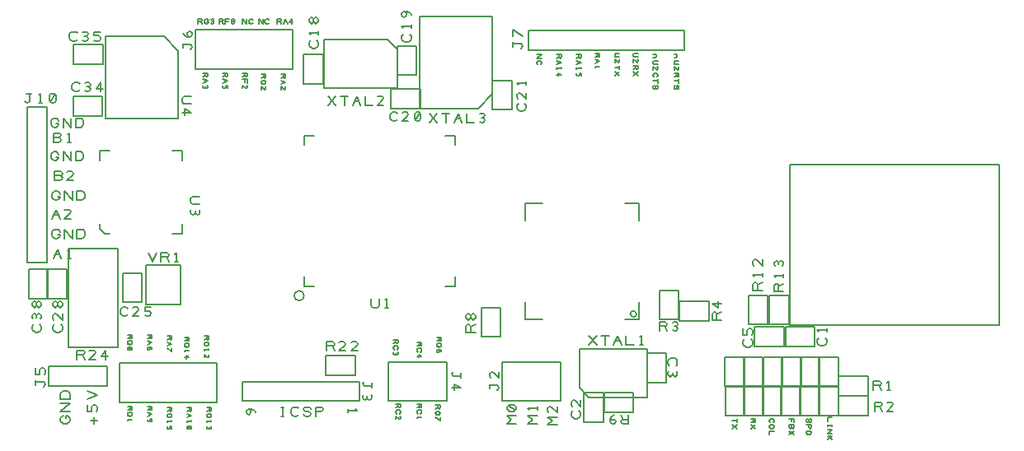
<source format=gto>
%FSLAX23Y23*%
%MOIN*%
G04 EasyPC Gerber Version 16.0.6 Build 3249 *
%ADD10C,0.00500*%
X0Y0D02*
D02*
D10*
X106Y1841D02*
X109Y1838D01*
X115Y1835*
X122Y1838*
X125Y1841*
Y1872*
X131*
X125D02*
X112D01*
X162Y1835D02*
X175D01*
X169D02*
Y1872D01*
X162Y1866*
X209Y1838D02*
X215Y1835D01*
X222*
X228Y1838*
X231Y1844*
Y1863*
X228Y1869*
X222Y1872*
X215*
X209Y1869*
X206Y1863*
Y1844*
X209Y1838*
X228Y1869*
X121Y1041D02*
X199D01*
Y1159*
X121*
Y1041*
X165Y937D02*
X169Y934D01*
X172Y927*
Y918*
X169Y912*
X165Y909*
X159Y905*
X147*
X140Y909*
X137Y912*
X134Y918*
Y927*
X137Y934*
X140Y937*
X169Y959D02*
X172Y965D01*
Y971*
X169Y977*
X162Y980*
X156Y977*
X153Y971*
Y965*
Y971D02*
X150Y977D01*
X144Y980*
X137Y977*
X134Y971*
Y965*
X137Y959*
X153Y1015D02*
Y1021D01*
X150Y1027*
X144Y1030*
X137Y1027*
X134Y1021*
Y1015*
X137Y1009*
X144Y1005*
X150Y1009*
X153Y1015*
X156Y1009*
X162Y1005*
X169Y1009*
X172Y1015*
Y1021*
X169Y1027*
X162Y1030*
X156Y1027*
X153Y1021*
X194Y1186D02*
Y1816D01*
X115*
Y1186*
X194*
X196Y1041D02*
X274D01*
Y1159*
X196*
Y1041*
X180Y685D02*
X184Y689D01*
X187Y695*
X184Y701*
X180Y704*
X149*
Y710*
Y704D02*
Y692D01*
X184Y735D02*
X187Y742D01*
Y751*
X184Y757*
X177Y760*
X174*
X168Y757*
X165Y751*
Y735*
X149*
Y760*
X202Y687D02*
X438D01*
Y766*
X202*
Y687*
X233Y1615D02*
X242D01*
Y1612*
X239Y1606*
X236Y1603*
X230Y1600*
X224*
X217Y1603*
X214Y1606*
X211Y1612*
Y1625*
X214Y1631*
X217Y1634*
X224Y1637*
X230*
X236Y1634*
X239Y1631*
X242Y1625*
X261Y1600D02*
Y1637D01*
X292Y1600*
Y1637*
X311Y1600D02*
Y1637D01*
X330*
X336Y1634*
X339Y1631*
X342Y1625*
Y1612*
X339Y1606*
X336Y1603*
X330Y1600*
X311*
X233Y1750D02*
X242D01*
Y1747*
X239Y1741*
X236Y1738*
X230Y1735*
X224*
X217Y1738*
X214Y1741*
X211Y1747*
Y1760*
X214Y1766*
X217Y1769*
X224Y1772*
X230*
X236Y1769*
X239Y1766*
X242Y1760*
X261Y1735D02*
Y1772D01*
X292Y1735*
Y1772*
X311Y1735D02*
Y1772D01*
X330*
X336Y1769*
X339Y1766*
X342Y1760*
Y1747*
X339Y1741*
X336Y1738*
X330Y1735*
X311*
X238Y1300D02*
X247D01*
Y1297*
X244Y1291*
X241Y1288*
X235Y1285*
X229*
X222Y1288*
X219Y1291*
X216Y1297*
Y1310*
X219Y1316*
X222Y1319*
X229Y1322*
X235*
X241Y1319*
X244Y1316*
X247Y1310*
X266Y1285D02*
Y1322D01*
X297Y1285*
Y1322*
X316Y1285D02*
Y1322D01*
X335*
X341Y1319*
X344Y1316*
X347Y1310*
Y1297*
X344Y1291*
X341Y1288*
X335Y1285*
X316*
X216Y1365D02*
X232Y1402D01*
X247Y1365*
X222Y1380D02*
X241D01*
X291Y1365D02*
X266D01*
X288Y1387*
X291Y1393*
X288Y1399*
X282Y1402*
X272*
X266Y1399*
X238Y1455D02*
X247D01*
Y1452*
X244Y1446*
X241Y1443*
X235Y1440*
X229*
X222Y1443*
X219Y1446*
X216Y1452*
Y1465*
X219Y1471*
X222Y1474*
X229Y1477*
X235*
X241Y1474*
X244Y1471*
X247Y1465*
X266Y1440D02*
Y1477D01*
X297Y1440*
Y1477*
X316Y1440D02*
Y1477D01*
X335*
X341Y1474*
X344Y1471*
X347Y1465*
Y1452*
X344Y1446*
X341Y1443*
X335Y1440*
X316*
X221Y1205D02*
X237Y1242D01*
X252Y1205*
X227Y1220D02*
X246D01*
X277Y1205D02*
X290D01*
X284D02*
Y1242D01*
X277Y1236*
X243Y1694D02*
X249Y1690D01*
X252Y1684*
X249Y1678*
X243Y1675*
X221*
Y1712*
X243*
X249Y1709*
X252Y1703*
X249Y1697*
X243Y1694*
X221*
X277Y1675D02*
X290D01*
X284D02*
Y1712D01*
X277Y1706*
X248Y1539D02*
X254Y1535D01*
X257Y1529*
X254Y1523*
X248Y1520*
X226*
Y1557*
X248*
X254Y1554*
X257Y1548*
X254Y1542*
X248Y1539*
X226*
X301Y1520D02*
X276D01*
X298Y1542*
X301Y1548*
X298Y1554*
X292Y1557*
X282*
X276Y1554*
X250Y937D02*
X254Y934D01*
X257Y927*
Y918*
X254Y912*
X250Y909*
X244Y905*
X232*
X225Y909*
X222Y912*
X219Y918*
Y927*
X222Y934*
X225Y937*
X257Y980D02*
Y955D01*
X235Y977*
X229Y980*
X222Y977*
X219Y971*
Y962*
X222Y955*
X238Y1015D02*
Y1021D01*
X235Y1027*
X229Y1030*
X222Y1027*
X219Y1021*
Y1015*
X222Y1009*
X229Y1005*
X235Y1009*
X238Y1015*
X241Y1009*
X247Y1005*
X254Y1009*
X257Y1015*
Y1021*
X254Y1027*
X247Y1030*
X241Y1027*
X238Y1021*
X281Y1245D02*
Y845D01*
X481*
Y1245*
X281*
X317Y2091D02*
X314Y2088D01*
X308Y2085*
X299*
X292Y2088*
X289Y2091*
X286Y2097*
Y2110*
X289Y2116*
X292Y2119*
X299Y2122*
X308*
X314Y2119*
X317Y2116*
X339Y2088D02*
X345Y2085D01*
X352*
X358Y2088*
X361Y2094*
X358Y2100*
X352Y2104*
X345*
X352D02*
X358Y2107D01*
X361Y2113*
X358Y2119*
X352Y2122*
X345*
X339Y2119*
X386Y2088D02*
X392Y2085D01*
X402*
X408Y2088*
X411Y2094*
Y2097*
X408Y2104*
X402Y2107*
X386*
Y2122*
X411*
X271Y557D02*
Y567D01*
X274*
X280Y564*
X284Y560*
X287Y554*
Y548*
X284Y542*
X280Y539*
X274Y535*
X262*
X255Y539*
X252Y542*
X249Y548*
Y554*
X252Y560*
X255Y564*
X262Y567*
X287Y585D02*
X249D01*
X287Y617*
X249*
X287Y635D02*
X249D01*
Y654*
X252Y660*
X255Y664*
X262Y667*
X274*
X280Y664*
X284Y660*
X287Y654*
Y635*
X327Y1886D02*
X324Y1883D01*
X318Y1880*
X309*
X302Y1883*
X299Y1886*
X296Y1892*
Y1905*
X299Y1911*
X302Y1914*
X309Y1917*
X318*
X324Y1914*
X327Y1911*
X349Y1883D02*
X355Y1880D01*
X362*
X368Y1883*
X371Y1889*
X368Y1895*
X362Y1899*
X355*
X362D02*
X368Y1902D01*
X371Y1908*
X368Y1914*
X362Y1917*
X355*
X349Y1914*
X412Y1880D02*
Y1917D01*
X396Y1892*
X421*
X301Y1861D02*
Y1782D01*
X419*
Y1861*
X301*
X316Y795D02*
Y832D01*
X338*
X344Y829*
X347Y823*
X344Y817*
X338Y814*
X316*
X338D02*
X347Y795D01*
X391D02*
X366D01*
X388Y817*
X391Y823*
X388Y829*
X382Y832*
X372*
X366Y829*
X432Y795D02*
Y832D01*
X416Y807*
X441*
X384Y535D02*
Y560D01*
X397Y548D02*
X372D01*
X394Y585D02*
X397Y592D01*
Y601*
X394Y607*
X387Y610*
X384*
X378Y607*
X375Y601*
Y585*
X359*
Y610*
Y635D02*
X397Y651D01*
X359Y667*
X421Y1990D02*
Y2069D01*
X303*
Y1990*
X421*
X431Y2104D02*
Y1769D01*
X726*
Y2045*
X667Y2104*
X431*
X447Y1305D02*
X427D01*
X408Y1325*
Y1344*
X447Y1640D02*
X408D01*
Y1600*
X489Y622D02*
X883D01*
Y780*
X489*
Y622*
X522Y976D02*
X519Y973D01*
X513Y970*
X504*
X497Y973*
X494Y976*
X491Y982*
Y995*
X494Y1001*
X497Y1004*
X504Y1007*
X513*
X519Y1004*
X522Y1001*
X566Y970D02*
X541D01*
X563Y992*
X566Y998*
X563Y1004*
X557Y1007*
X547*
X541Y1004*
X591Y973D02*
X597Y970D01*
X607*
X613Y973*
X616Y979*
Y982*
X613Y989*
X607Y992*
X591*
Y1007*
X616*
X501Y1026D02*
X579D01*
Y1144*
X501*
Y1026*
X521Y605D02*
X539D01*
Y594*
X538Y591*
X535Y590*
X532Y591*
X530Y594*
Y605*
Y594D02*
X521Y590D01*
X529Y569D02*
Y565D01*
X527*
X524Y566*
X522Y568*
X521Y571*
Y574*
X522Y577*
X524Y579*
X527Y580*
X533*
X536Y579*
X538Y577*
X539Y574*
Y571*
X538Y568*
X536Y566*
X533Y565*
X521Y552D02*
Y546D01*
Y549D02*
X539D01*
X536Y552*
X521Y895D02*
X539D01*
Y884*
X538Y881*
X535Y880*
X532Y881*
X530Y884*
Y895*
Y884D02*
X521Y880D01*
X529Y859D02*
Y855D01*
X527*
X524Y856*
X522Y858*
X521Y861*
Y864*
X522Y867*
X524Y869*
X527Y870*
X533*
X536Y869*
X538Y867*
X539Y864*
Y861*
X538Y858*
X536Y856*
X533Y855*
X522Y844D02*
X521Y841D01*
Y838*
X522Y834*
X525Y833*
X535*
X538Y834*
X539Y838*
Y841*
X538Y844*
X535Y845*
X525*
X522Y844*
X538Y834*
X601Y605D02*
X619D01*
Y594*
X618Y591*
X615Y590*
X612Y591*
X610Y594*
Y605*
Y594D02*
X601Y590D01*
Y580D02*
X619Y573D01*
X601Y565*
X609Y577D02*
Y568D01*
X601Y551D02*
X602Y548D01*
X605Y544*
X610Y543*
X615*
X618Y544*
X619Y548*
Y551*
X618Y554*
X615Y555*
X612Y554*
X610Y551*
Y548*
X612Y544*
X615Y543*
X601Y895D02*
X619D01*
Y884*
X618Y881*
X615Y880*
X612Y881*
X610Y884*
Y895*
Y884D02*
X601Y880D01*
Y870D02*
X619Y863D01*
X601Y855*
X609Y867D02*
Y858D01*
X605Y845D02*
X609Y844D01*
X610Y841*
Y838*
X609Y834*
X605Y833*
X602Y834*
X601Y838*
Y841*
X602Y844*
X605Y845*
X610*
X615Y844*
X618Y841*
X619Y838*
X596Y1018D02*
X734D01*
Y1176*
X596*
Y1018*
X606Y1227D02*
X622Y1190D01*
X637Y1227*
X656Y1190D02*
Y1227D01*
X678*
X684Y1224*
X687Y1218*
X684Y1212*
X678Y1209*
X656*
X678D02*
X687Y1190D01*
X712D02*
X725D01*
X719D02*
Y1227D01*
X712Y1221*
X681Y600D02*
X699D01*
Y589*
X698Y586*
X695Y585*
X692Y586*
X690Y589*
Y600*
Y589D02*
X681Y585D01*
X689Y564D02*
Y560D01*
X687*
X684Y561*
X682Y563*
X681Y566*
Y569*
X682Y572*
X684Y574*
X687Y575*
X693*
X696Y574*
X698Y572*
X699Y569*
Y566*
X698Y563*
X696Y561*
X693Y560*
X681Y547D02*
Y541D01*
Y544D02*
X699D01*
X696Y547*
X682Y525D02*
X681Y522D01*
Y518*
X682Y514*
X685Y513*
X687*
X690Y514*
X692Y518*
Y525*
X699*
Y513*
X681Y890D02*
X699D01*
Y879*
X698Y876*
X695Y875*
X692Y876*
X690Y879*
Y890*
Y879D02*
X681Y875D01*
Y865D02*
X699Y858D01*
X681Y850*
X689Y862D02*
Y853D01*
X681Y840D02*
X699Y828D01*
Y840*
X703Y1305D02*
X742D01*
Y1344*
X703Y1640D02*
X742D01*
Y1600*
X778Y1860D02*
X750D01*
X744Y1857*
X740Y1851*
Y1839*
X744Y1832*
X750Y1829*
X778*
X740Y1795D02*
X778D01*
X753Y1810*
Y1785*
X751Y885D02*
X769D01*
Y874*
X768Y871*
X765Y870*
X762Y871*
X760Y874*
Y885*
Y874D02*
X751Y870D01*
X759Y849D02*
Y845D01*
X757*
X754Y846*
X752Y848*
X751Y851*
Y854*
X752Y857*
X754Y859*
X757Y860*
X763*
X766Y859*
X768Y857*
X769Y854*
Y851*
X768Y848*
X766Y846*
X763Y845*
X751Y832D02*
Y826D01*
Y829D02*
X769D01*
X766Y832*
X751Y803D02*
X769D01*
X757Y810*
Y798*
X761Y600D02*
X779D01*
Y589*
X778Y586*
X775Y585*
X772Y586*
X770Y589*
Y600*
Y589D02*
X761Y585D01*
Y575D02*
X779Y568D01*
X761Y560*
X769Y572D02*
Y563D01*
X761Y547D02*
Y541D01*
Y544D02*
X779D01*
X776Y547*
X762Y524D02*
X761Y521D01*
Y518*
X762Y514*
X765Y513*
X775*
X778Y514*
X779Y518*
Y521*
X778Y524*
X775Y525*
X765*
X762Y524*
X778Y514*
X813Y1455D02*
X785D01*
X779Y1452*
X775Y1446*
Y1434*
X779Y1427*
X785Y1424*
X813*
X779Y1402D02*
X775Y1396D01*
Y1390*
X779Y1384*
X785Y1380*
X791Y1384*
X794Y1390*
Y1396*
Y1390D02*
X797Y1384D01*
X804Y1380*
X810Y1384*
X813Y1390*
Y1396*
X810Y1402*
X775Y2050D02*
X779Y2054D01*
X782Y2060*
X779Y2066*
X775Y2069*
X744*
Y2075*
Y2069D02*
Y2057D01*
X772Y2100D02*
X766Y2104D01*
X763Y2110*
Y2116*
X766Y2122*
X772Y2125*
X779Y2122*
X782Y2116*
Y2110*
X779Y2104*
X772Y2100*
X763*
X754Y2104*
X747Y2110*
X744Y2116*
X794Y1972D02*
X1188D01*
Y2130*
X794*
Y1972*
X806Y2155D02*
Y2174D01*
X817*
X820Y2172*
X822Y2169*
X820Y2166*
X817Y2164*
X806*
X817D02*
X822Y2155D01*
X842Y2163D02*
X847D01*
Y2161*
X845Y2158*
X844Y2157*
X840Y2155*
X837*
X834Y2157*
X833Y2158*
X831Y2161*
Y2168*
X833Y2171*
X834Y2172*
X837Y2174*
X840*
X844Y2172*
X845Y2171*
X847Y2168*
X858Y2157D02*
X861Y2155D01*
X864*
X867Y2157*
X869Y2160*
X867Y2163*
X864Y2164*
X861*
X864D02*
X867Y2166D01*
X869Y2169*
X867Y2172*
X864Y2174*
X861*
X858Y2172*
X826Y1955D02*
X844D01*
Y1944*
X843Y1941*
X840Y1940*
X837Y1941*
X835Y1944*
Y1955*
Y1944D02*
X826Y1940D01*
Y1930D02*
X844Y1923D01*
X826Y1915*
X834Y1927D02*
Y1918D01*
X827Y1904D02*
X826Y1901D01*
Y1898*
X827Y1894*
X830Y1893*
X834Y1894*
X835Y1898*
Y1901*
Y1898D02*
X837Y1894D01*
X840Y1893*
X843Y1894*
X844Y1898*
Y1901*
X843Y1904*
X831Y890D02*
X849D01*
Y879*
X848Y876*
X845Y875*
X842Y876*
X840Y879*
Y890*
Y879D02*
X831Y875D01*
X839Y854D02*
Y850D01*
X837*
X834Y851*
X832Y853*
X831Y856*
Y859*
X832Y862*
X834Y864*
X837Y865*
X843*
X846Y864*
X848Y862*
X849Y859*
Y856*
X848Y853*
X846Y851*
X843Y850*
X831Y837D02*
Y831D01*
Y834D02*
X849D01*
X846Y837*
X831Y803D02*
Y815D01*
X842Y804*
X845Y803*
X848Y804*
X849Y808*
Y812*
X848Y815*
X841Y600D02*
X859D01*
Y589*
X858Y586*
X855Y585*
X852Y586*
X850Y589*
Y600*
Y589D02*
X841Y585D01*
X849Y564D02*
Y560D01*
X847*
X844Y561*
X842Y563*
X841Y566*
Y569*
X842Y572*
X844Y574*
X847Y575*
X853*
X856Y574*
X858Y572*
X859Y569*
Y566*
X858Y563*
X856Y561*
X853Y560*
X841Y547D02*
Y541D01*
Y544D02*
X859D01*
X856Y547*
X842Y524D02*
X841Y521D01*
Y518*
X842Y514*
X845Y513*
X849Y514*
X850Y518*
Y521*
Y518D02*
X852Y514D01*
X855Y513*
X858Y514*
X859Y518*
Y521*
X858Y524*
X891Y2155D02*
Y2174D01*
X902*
X905Y2172*
X907Y2169*
X905Y2166*
X902Y2164*
X891*
X902D02*
X907Y2155D01*
X916D02*
Y2174D01*
X932*
X929Y2164D02*
X916D01*
X946D02*
X949D01*
X952Y2166*
X954Y2169*
X952Y2172*
X949Y2174*
X946*
X943Y2172*
X941Y2169*
X943Y2166*
X946Y2164*
X943Y2163*
X941Y2160*
X943Y2157*
X946Y2155*
X949*
X952Y2157*
X954Y2160*
X952Y2163*
X949Y2164*
X906Y1955D02*
X924D01*
Y1944*
X923Y1941*
X920Y1940*
X917Y1941*
X915Y1944*
Y1955*
Y1944D02*
X906Y1940D01*
Y1930D02*
X924Y1923D01*
X906Y1915*
X914Y1927D02*
Y1918D01*
X907Y1905D02*
X906Y1902D01*
Y1898*
X907Y1894*
X910Y1893*
X912*
X915Y1894*
X917Y1898*
Y1905*
X924*
Y1893*
X986Y1955D02*
X1004D01*
Y1944*
X1003Y1941*
X1000Y1940*
X997Y1941*
X995Y1944*
Y1955*
Y1944D02*
X986Y1940D01*
Y1930D02*
X1004D01*
Y1915*
X995Y1918D02*
Y1930D01*
X986Y1893D02*
Y1905D01*
X997Y1894*
X1000Y1893*
X1003Y1894*
X1004Y1898*
Y1902*
X1003Y1905*
X986Y2155D02*
Y2174D01*
X1002Y2155*
Y2174*
X1027Y2158D02*
X1025Y2157D01*
X1022Y2155*
X1017*
X1014Y2157*
X1013Y2158*
X1011Y2161*
Y2168*
X1013Y2171*
X1014Y2172*
X1017Y2174*
X1022*
X1025Y2172*
X1027Y2171*
X1010Y595D02*
X1016Y592D01*
X1019Y586*
Y580*
X1016Y574*
X1010Y570*
X1004Y574*
X1000Y580*
Y586*
X1004Y592*
X1010Y595*
X1019*
X1029Y592*
X1035Y586*
X1038Y580*
X1051Y2155D02*
Y2174D01*
X1067Y2155*
Y2174*
X1092Y2158D02*
X1090Y2157D01*
X1087Y2155*
X1082*
X1079Y2157*
X1078Y2158*
X1076Y2161*
Y2168*
X1078Y2171*
X1079Y2172*
X1082Y2174*
X1087*
X1090Y2172*
X1092Y2171*
X1061Y1950D02*
X1079D01*
Y1939*
X1078Y1936*
X1075Y1935*
X1072Y1936*
X1070Y1939*
Y1950*
Y1939D02*
X1061Y1935D01*
X1069Y1914D02*
Y1910D01*
X1067*
X1064Y1911*
X1062Y1913*
X1061Y1916*
Y1919*
X1062Y1922*
X1064Y1924*
X1067Y1925*
X1073*
X1076Y1924*
X1078Y1922*
X1079Y1919*
Y1916*
X1078Y1913*
X1076Y1911*
X1073Y1910*
X1061Y1888D02*
Y1900D01*
X1072Y1889*
X1075Y1888*
X1078Y1889*
X1079Y1893*
Y1897*
X1078Y1900*
X1126Y2155D02*
Y2174D01*
X1137*
X1140Y2172*
X1142Y2169*
X1140Y2166*
X1137Y2164*
X1126*
X1137D02*
X1142Y2155D01*
X1151D02*
X1159Y2174D01*
X1167Y2155*
X1154Y2163D02*
X1164D01*
X1184Y2155D02*
Y2174D01*
X1176Y2161*
X1189*
X1140Y565D02*
X1153D01*
X1147D02*
Y602D01*
X1140D02*
X1153D01*
X1212Y571D02*
X1209Y568D01*
X1203Y565*
X1194*
X1187Y568*
X1184Y571*
X1181Y577*
Y590*
X1184Y596*
X1187Y599*
X1194Y602*
X1203*
X1209Y599*
X1212Y596*
X1231Y574D02*
X1234Y568D01*
X1240Y565*
X1253*
X1259Y568*
X1262Y574*
X1259Y580*
X1253Y584*
X1240*
X1234Y587*
X1231Y593*
X1234Y599*
X1240Y602*
X1253*
X1259Y599*
X1262Y593*
X1281Y565D02*
Y602D01*
X1303*
X1309Y599*
X1312Y593*
X1309Y587*
X1303Y584*
X1281*
X1141Y1950D02*
X1159D01*
Y1939*
X1158Y1936*
X1155Y1935*
X1152Y1936*
X1150Y1939*
Y1950*
Y1939D02*
X1141Y1935D01*
Y1925D02*
X1159Y1918D01*
X1141Y1910*
X1149Y1922D02*
Y1913D01*
X1141Y1888D02*
Y1900D01*
X1152Y1889*
X1155Y1888*
X1158Y1889*
X1159Y1893*
Y1897*
X1158Y1900*
X1214Y1033D02*
G75*
G03Y1073J20D01*
G01*
G75*
G03Y1033J-20*
G01*
X1274Y1092D02*
X1234D01*
Y1132*
X1274Y1702D02*
X1234D01*
Y1663*
X1285Y2087D02*
X1289Y2084D01*
X1292Y2077*
Y2068*
X1289Y2062*
X1285Y2059*
X1279Y2055*
X1267*
X1260Y2059*
X1257Y2062*
X1254Y2068*
Y2077*
X1257Y2084*
X1260Y2087*
X1292Y2112D02*
Y2124D01*
Y2118D02*
X1254D01*
X1260Y2112*
X1273Y2165D02*
Y2171D01*
X1270Y2177*
X1264Y2180*
X1257Y2177*
X1254Y2171*
Y2165*
X1257Y2159*
X1264Y2155*
X1270Y2159*
X1273Y2165*
X1276Y2159*
X1282Y2155*
X1289Y2159*
X1292Y2165*
Y2171*
X1289Y2177*
X1282Y2180*
X1276Y2177*
X1273Y2171*
X1311Y2030D02*
X1233D01*
Y1912*
X1311*
Y2030*
X1326Y830D02*
Y867D01*
X1348*
X1354Y864*
X1357Y858*
X1354Y852*
X1348Y849*
X1326*
X1348D02*
X1357Y830D01*
X1401D02*
X1376D01*
X1398Y852*
X1401Y858*
X1398Y864*
X1392Y867*
X1382*
X1376Y864*
X1451Y830D02*
X1426D01*
X1448Y852*
X1451Y858*
X1448Y864*
X1442Y867*
X1432*
X1426Y864*
X1331Y1825D02*
X1362Y1862D01*
X1331D02*
X1362Y1825D01*
X1397D02*
Y1862D01*
X1381D02*
X1412D01*
X1431Y1825D02*
X1447Y1862D01*
X1462Y1825*
X1437Y1840D02*
X1456D01*
X1481Y1862D02*
Y1825D01*
X1512*
X1556D02*
X1531D01*
X1553Y1847*
X1556Y1853*
X1553Y1859*
X1547Y1862*
X1537*
X1531Y1859*
X1410Y594D02*
Y582D01*
Y588D02*
X1448D01*
X1442Y594*
X1441Y730D02*
Y809D01*
X1323*
Y730*
X1441*
X1457Y705D02*
X984D01*
Y626*
X1457*
Y705*
X1477Y705D02*
X1474Y702D01*
X1470Y696*
X1474Y690*
X1477Y687*
X1508*
Y680*
Y687D02*
Y699D01*
X1474Y652D02*
X1470Y646D01*
Y640*
X1474Y634*
X1480Y630*
X1486Y634*
X1489Y640*
Y646*
Y640D02*
X1492Y634D01*
X1499Y630*
X1505Y634*
X1508Y640*
Y646*
X1505Y652*
X1506Y1042D02*
Y1014D01*
X1509Y1008*
X1515Y1005*
X1528*
X1534Y1008*
X1537Y1014*
Y1042*
X1562Y1005D02*
X1575D01*
X1569D02*
Y1042D01*
X1562Y1036*
X1571Y2089D02*
X1315D01*
Y1893*
X1610*
Y2050*
X1571Y2089*
X1575Y627D02*
X1812D01*
Y785*
X1575*
Y627*
X1612Y1766D02*
X1609Y1763D01*
X1603Y1760*
X1594*
X1587Y1763*
X1584Y1766*
X1581Y1772*
Y1785*
X1584Y1791*
X1587Y1794*
X1594Y1797*
X1603*
X1609Y1794*
X1612Y1791*
X1656Y1760D02*
X1631D01*
X1653Y1782*
X1656Y1788*
X1653Y1794*
X1647Y1797*
X1637*
X1631Y1794*
X1684Y1763D02*
X1690Y1760D01*
X1697*
X1703Y1763*
X1706Y1769*
Y1788*
X1703Y1794*
X1697Y1797*
X1690*
X1684Y1794*
X1681Y1788*
Y1769*
X1684Y1763*
X1703Y1794*
X1586Y1891D02*
Y1812D01*
X1704*
Y1891*
X1586*
X1596Y875D02*
X1614D01*
Y864*
X1613Y861*
X1610Y860*
X1607Y861*
X1605Y864*
Y875*
Y864D02*
X1596Y860D01*
X1599Y835D02*
X1597Y836D01*
X1596Y839*
Y844*
X1597Y847*
X1599Y849*
X1602Y850*
X1608*
X1611Y849*
X1613Y847*
X1614Y844*
Y839*
X1613Y836*
X1611Y835*
X1597Y824D02*
X1596Y821D01*
Y818*
X1597Y814*
X1600Y813*
X1604Y814*
X1605Y818*
Y821*
Y818D02*
X1607Y814D01*
X1610Y813*
X1613Y814*
X1614Y818*
Y821*
X1613Y824*
X1606Y615D02*
X1624D01*
Y604*
X1623Y601*
X1620Y600*
X1617Y601*
X1615Y604*
Y615*
Y604D02*
X1606Y600D01*
X1609Y575D02*
X1607Y576D01*
X1606Y579*
Y584*
X1607Y587*
X1609Y589*
X1612Y590*
X1618*
X1621Y589*
X1623Y587*
X1624Y584*
Y579*
X1623Y576*
X1621Y575*
X1606Y553D02*
Y565D01*
X1617Y554*
X1620Y553*
X1623Y554*
X1624Y558*
Y562*
X1623Y565*
X1611Y1946D02*
X1689D01*
Y2064*
X1611*
Y1946*
X1660Y2112D02*
X1664Y2109D01*
X1667Y2102*
Y2093*
X1664Y2087*
X1660Y2084*
X1654Y2080*
X1642*
X1635Y2084*
X1632Y2087*
X1629Y2093*
Y2102*
X1632Y2109*
X1635Y2112*
X1667Y2137D02*
Y2149D01*
Y2143D02*
X1629D01*
X1635Y2137*
X1667Y2190D02*
X1664Y2196D01*
X1657Y2202*
X1648Y2205*
X1639*
X1632Y2202*
X1629Y2196*
Y2190*
X1632Y2184*
X1639Y2180*
X1645Y2184*
X1648Y2190*
Y2196*
X1645Y2202*
X1639Y2205*
X1691Y615D02*
X1709D01*
Y604*
X1708Y601*
X1705Y600*
X1702Y601*
X1700Y604*
Y615*
Y604D02*
X1691Y600D01*
X1694Y575D02*
X1692Y576D01*
X1691Y579*
Y584*
X1692Y587*
X1694Y589*
X1697Y590*
X1703*
X1706Y589*
X1708Y587*
X1709Y584*
Y579*
X1708Y576*
X1706Y575*
X1691Y562D02*
Y556D01*
Y559D02*
X1709D01*
X1706Y562*
X1691Y865D02*
X1709D01*
Y854*
X1708Y851*
X1705Y850*
X1702Y851*
X1700Y854*
Y865*
Y854D02*
X1691Y850D01*
X1694Y825D02*
X1692Y826D01*
X1691Y829*
Y834*
X1692Y837*
X1694Y839*
X1697Y840*
X1703*
X1706Y839*
X1708Y837*
X1709Y834*
Y829*
X1708Y826*
X1706Y825*
X1691Y808D02*
X1709D01*
X1697Y815*
Y803*
X1741Y1755D02*
X1772Y1792D01*
X1741D02*
X1772Y1755D01*
X1807D02*
Y1792D01*
X1791D02*
X1822D01*
X1841Y1755D02*
X1857Y1792D01*
X1872Y1755*
X1847Y1770D02*
X1866D01*
X1891Y1792D02*
Y1755D01*
X1922*
X1944Y1758D02*
X1950Y1755D01*
X1957*
X1963Y1758*
X1966Y1764*
X1963Y1770*
X1957Y1774*
X1950*
X1957D02*
X1963Y1777D01*
X1966Y1783*
X1963Y1789*
X1957Y1792*
X1950*
X1944Y1789*
X1766Y610D02*
X1784D01*
Y599*
X1783Y596*
X1780Y595*
X1777Y596*
X1775Y599*
Y610*
Y599D02*
X1766Y595D01*
X1774Y574D02*
Y570D01*
X1772*
X1769Y571*
X1767Y573*
X1766Y576*
Y579*
X1767Y582*
X1769Y584*
X1772Y585*
X1778*
X1781Y584*
X1783Y582*
X1784Y579*
Y576*
X1783Y573*
X1781Y571*
X1778Y570*
X1766Y560D02*
X1784Y548D01*
Y560*
X1771Y885D02*
X1789D01*
Y874*
X1788Y871*
X1785Y870*
X1782Y871*
X1780Y874*
Y885*
Y874D02*
X1771Y870D01*
X1779Y849D02*
Y845D01*
X1777*
X1774Y846*
X1772Y848*
X1771Y851*
Y854*
X1772Y857*
X1774Y859*
X1777Y860*
X1783*
X1786Y859*
X1788Y857*
X1789Y854*
Y851*
X1788Y848*
X1786Y846*
X1783Y845*
X1775Y835D02*
X1779Y834D01*
X1780Y831*
Y828*
X1779Y824*
X1775Y823*
X1772Y824*
X1771Y828*
Y831*
X1772Y834*
X1775Y835*
X1780*
X1785Y834*
X1788Y831*
X1789Y828*
X1837Y745D02*
X1834Y742D01*
X1830Y736*
X1834Y730*
X1837Y727*
X1868*
Y720*
Y727D02*
Y739D01*
X1830Y680D02*
X1868D01*
X1843Y695*
Y670*
X1844Y1132D02*
Y1092D01*
X1805*
X1844Y1663D02*
Y1702D01*
X1805*
X1927Y905D02*
X1889D01*
Y927*
X1892Y934*
X1899Y937*
X1905Y934*
X1908Y927*
Y905*
Y927D02*
X1927Y937D01*
X1908Y965D02*
Y971D01*
X1905Y977*
X1899Y980*
X1892Y977*
X1889Y971*
Y965*
X1892Y959*
X1899Y955*
X1905Y959*
X1908Y965*
X1911Y959*
X1917Y955*
X1924Y959*
X1927Y965*
Y971*
X1924Y977*
X1917Y980*
X1911Y977*
X1908Y971*
X1951Y886D02*
X2029D01*
Y1004*
X1951*
Y886*
X1996Y1806D02*
X2074D01*
Y1924*
X1996*
Y1806*
X1996Y1870D02*
Y2185D01*
X1701*
Y1811*
X1937*
X1996Y1870*
X2015Y670D02*
X2019Y674D01*
X2022Y680*
X2019Y686*
X2015Y689*
X1984*
Y695*
Y689D02*
Y677D01*
X2022Y745D02*
Y720D01*
X2000Y742*
X1994Y745*
X1987Y742*
X1984Y736*
Y727*
X1987Y720*
X2035Y627D02*
X2272D01*
Y785*
X2035*
Y627*
X2092Y535D02*
X2054D01*
X2073Y551*
X2054Y567*
X2092*
X2089Y589D02*
X2092Y595D01*
Y601*
X2089Y607*
X2082Y610*
X2064*
X2057Y607*
X2054Y601*
Y595*
X2057Y589*
X2064Y585*
X2082*
X2089Y589*
X2057Y607*
X2110Y2055D02*
X2114Y2059D01*
X2117Y2065*
X2114Y2071*
X2110Y2074*
X2079*
Y2080*
Y2074D02*
Y2062D01*
X2117Y2105D02*
X2079Y2130D01*
Y2105*
X2129Y1026D02*
Y956D01*
X2199*
X2129Y1357D02*
Y1428D01*
X2199*
X2125Y1832D02*
X2129Y1829D01*
X2132Y1822*
Y1813*
X2129Y1807*
X2125Y1804*
X2119Y1800*
X2107*
X2100Y1804*
X2097Y1807*
X2094Y1813*
Y1822*
X2097Y1829*
X2100Y1832*
X2132Y1875D02*
Y1850D01*
X2110Y1872*
X2104Y1875*
X2097Y1872*
X2094Y1866*
Y1857*
X2097Y1850*
X2132Y1907D02*
Y1919D01*
Y1913D02*
X2094D01*
X2100Y1907*
X2142Y2047D02*
X2772D01*
Y2126*
X2142*
Y2047*
X2176Y2030D02*
X2194D01*
X2176Y2015*
X2194*
X2179Y1990D02*
X2177Y1991D01*
X2176Y1994*
Y1999*
X2177Y2002*
X2179Y2004*
X2182Y2005*
X2188*
X2191Y2004*
X2193Y2002*
X2194Y1999*
Y1994*
X2193Y1991*
X2191Y1990*
X2177Y535D02*
X2139D01*
X2158Y551*
X2139Y567*
X2177*
Y592D02*
Y604D01*
Y598D02*
X2139D01*
X2145Y592*
X2256Y2030D02*
X2274D01*
Y2019*
X2273Y2016*
X2270Y2015*
X2267Y2016*
X2265Y2019*
Y2030*
Y2019D02*
X2256Y2015D01*
Y2005D02*
X2274Y1998D01*
X2256Y1990*
X2264Y2002D02*
Y1993D01*
X2256Y1977D02*
Y1971D01*
Y1974D02*
X2274D01*
X2271Y1977*
X2256Y1948D02*
X2274D01*
X2262Y1955*
Y1943*
X2257Y530D02*
X2219D01*
X2238Y546*
X2219Y562*
X2257*
Y605D02*
Y580D01*
X2235Y602*
X2229Y605*
X2222Y602*
X2219Y596*
Y587*
X2222Y580*
X2336Y2030D02*
X2354D01*
Y2019*
X2353Y2016*
X2350Y2015*
X2347Y2016*
X2345Y2019*
Y2030*
Y2019D02*
X2336Y2015D01*
Y2005D02*
X2354Y1998D01*
X2336Y1990*
X2344Y2002D02*
Y1993D01*
X2336Y1977D02*
Y1971D01*
Y1974D02*
X2354D01*
X2351Y1977*
X2337Y1955D02*
X2336Y1952D01*
Y1948*
X2337Y1944*
X2340Y1943*
X2342*
X2345Y1944*
X2347Y1948*
Y1955*
X2354*
Y1943*
X2345Y587D02*
X2349Y584D01*
X2352Y577*
Y568*
X2349Y562*
X2345Y559*
X2339Y555*
X2327*
X2320Y559*
X2317Y562*
X2314Y568*
Y577*
X2317Y584*
X2320Y587*
X2352Y630D02*
Y605D01*
X2330Y627*
X2324Y630*
X2317Y627*
X2314Y621*
Y612*
X2317Y605*
X2366Y541D02*
X2444D01*
Y659*
X2366*
Y541*
X2386Y855D02*
X2417Y892D01*
X2386D02*
X2417Y855D01*
X2452D02*
Y892D01*
X2436D02*
X2467D01*
X2486Y855D02*
X2502Y892D01*
X2517Y855*
X2492Y870D02*
X2511D01*
X2536Y892D02*
Y855D01*
X2567*
X2592D02*
X2605D01*
X2599D02*
Y892D01*
X2592Y886*
X2386Y641D02*
X2623D01*
Y838*
X2347*
Y681*
X2386Y641*
X2411Y2035D02*
X2429D01*
Y2024*
X2428Y2021*
X2425Y2020*
X2422Y2021*
X2420Y2024*
Y2035*
Y2024D02*
X2411Y2020D01*
Y2010D02*
X2429Y2003D01*
X2411Y1995*
X2419Y2007D02*
Y1998D01*
X2411Y1982D02*
Y1976D01*
Y1979D02*
X2429D01*
X2426Y1982*
X2509Y2035D02*
X2495D01*
X2492Y2034*
X2491Y2031*
Y2024*
X2492Y2021*
X2495Y2020*
X2509*
X2491Y1998D02*
Y2010D01*
X2502Y1999*
X2505Y1998*
X2508Y1999*
X2509Y2003*
Y2007*
X2508Y2010*
X2491Y1978D02*
X2509D01*
Y1985D02*
Y1970D01*
X2491Y1960D02*
X2509Y1945D01*
Y1960D02*
X2491Y1945D01*
X2530Y1428D02*
X2589D01*
Y1357*
X2546Y571D02*
Y534D01*
X2524*
X2518Y537*
X2515Y543*
X2518Y549*
X2524Y552*
X2546*
X2524D02*
X2515Y571D01*
X2487D02*
X2480Y568D01*
X2474Y562*
X2471Y552*
Y543*
X2474Y537*
X2480Y534*
X2487*
X2493Y537*
X2496Y543*
X2493Y549*
X2487Y552*
X2480*
X2474Y549*
X2471Y543*
X2584Y2035D02*
X2570D01*
X2567Y2034*
X2566Y2031*
Y2024*
X2567Y2021*
X2570Y2020*
X2584*
X2566Y1998D02*
Y2010D01*
X2577Y1999*
X2580Y1998*
X2583Y1999*
X2584Y2003*
Y2007*
X2583Y2010*
X2566Y1985D02*
X2584D01*
Y1974*
X2583Y1971*
X2580Y1970*
X2577Y1971*
X2575Y1974*
Y1985*
Y1974D02*
X2566Y1970D01*
Y1960D02*
X2584Y1945D01*
Y1960D02*
X2566Y1945D01*
X2566Y580D02*
Y659D01*
X2448*
Y580*
X2566*
X2577Y979D02*
G75*
G03X2554I-12D01*
G01*
G75*
G03X2577I12*
G01*
X2589Y1026D02*
Y956D01*
X2530*
X2621Y701D02*
X2699D01*
Y819*
X2621*
Y701*
X2646Y2030D02*
X2658D01*
X2654D02*
X2657Y2029D01*
X2658Y2026*
Y2023*
X2657Y2019*
X2654Y2018*
X2646*
X2664Y2005D02*
X2650D01*
X2647Y2004*
X2646Y2001*
Y1994*
X2647Y1991*
X2650Y1990*
X2664*
X2646Y1968D02*
Y1980D01*
X2657Y1969*
X2660Y1968*
X2663Y1969*
X2664Y1973*
Y1977*
X2663Y1980*
X2649Y1940D02*
X2647Y1941D01*
X2646Y1944*
Y1949*
X2647Y1952*
X2649Y1954*
X2652Y1955*
X2658*
X2661Y1954*
X2663Y1952*
X2664Y1949*
Y1944*
X2663Y1941*
X2661Y1940*
X2646Y1923D02*
X2664D01*
Y1930D02*
Y1915D01*
X2650Y1905D02*
X2647Y1904D01*
X2646Y1901*
Y1894*
X2647Y1891*
X2650Y1890*
X2654Y1891*
X2655Y1894*
Y1901*
X2657Y1904*
X2660Y1905*
X2663Y1904*
X2664Y1901*
Y1894*
X2663Y1891*
X2660Y1890*
X2671Y956D02*
X2749D01*
Y1074*
X2671*
Y956*
X2671Y910D02*
Y947D01*
X2693*
X2699Y944*
X2702Y938*
X2699Y932*
X2693Y929*
X2671*
X2693D02*
X2702Y910D01*
X2724Y913D02*
X2730Y910D01*
X2737*
X2743Y913*
X2746Y919*
X2743Y925*
X2737Y929*
X2730*
X2737D02*
X2743Y932D01*
X2746Y938*
X2743Y944*
X2737Y947*
X2730*
X2724Y944*
X2712Y769D02*
X2709Y772D01*
X2705Y779*
Y788*
X2709Y794*
X2712Y797*
X2718Y800*
X2730*
X2737Y797*
X2740Y794*
X2743Y788*
Y779*
X2740Y772*
X2737Y769*
X2709Y747D02*
X2705Y741D01*
Y735*
X2709Y729*
X2715Y725*
X2721Y729*
X2724Y735*
Y741*
Y735D02*
X2727Y729D01*
X2734Y725*
X2740Y729*
X2743Y735*
Y741*
X2740Y747*
X2731Y2030D02*
X2743D01*
X2739D02*
X2742Y2029D01*
X2743Y2026*
Y2023*
X2742Y2019*
X2739Y2018*
X2731*
X2749Y2005D02*
X2735D01*
X2732Y2004*
X2731Y2001*
Y1994*
X2732Y1991*
X2735Y1990*
X2749*
X2731Y1968D02*
Y1980D01*
X2742Y1969*
X2745Y1968*
X2748Y1969*
X2749Y1973*
Y1977*
X2748Y1980*
X2731Y1955D02*
X2749D01*
Y1944*
X2748Y1941*
X2745Y1940*
X2742Y1941*
X2740Y1944*
Y1955*
Y1944D02*
X2731Y1940D01*
Y1923D02*
X2749D01*
Y1930D02*
Y1915D01*
X2735Y1905D02*
X2732Y1904D01*
X2731Y1901*
Y1894*
X2732Y1891*
X2735Y1890*
X2739Y1891*
X2740Y1894*
Y1901*
X2742Y1904*
X2745Y1905*
X2748Y1904*
X2749Y1901*
Y1894*
X2748Y1891*
X2745Y1890*
X2871Y950D02*
Y1029D01*
X2753*
Y950*
X2871*
X2922Y955D02*
X2884D01*
Y977*
X2887Y984*
X2894Y987*
X2900Y984*
X2903Y977*
Y955*
Y977D02*
X2922Y987D01*
Y1021D02*
X2884D01*
X2909Y1005*
Y1030*
X2936Y686D02*
X3014D01*
Y804*
X2936*
Y686*
X2966Y548D02*
X2984D01*
Y555D02*
Y540D01*
X2966Y530D02*
X2984Y515D01*
Y530D02*
X2966Y515D01*
X3011Y686D02*
X3089D01*
Y804*
X3011*
Y686*
X3016Y685D02*
X2938D01*
Y567*
X3016*
Y685*
X3031Y936D02*
X3109D01*
Y1054*
X3031*
Y936*
X3041Y555D02*
X3059D01*
Y544*
X3058Y541*
X3055Y540*
X3052Y541*
X3050Y544*
Y555*
Y544D02*
X3041Y540D01*
Y530D02*
X3059Y515D01*
Y530D02*
X3041Y515D01*
X3040Y877D02*
X3044Y874D01*
X3047Y867*
Y858*
X3044Y852*
X3040Y849*
X3034Y845*
X3022*
X3015Y849*
X3012Y852*
X3009Y858*
Y867*
X3012Y874*
X3015Y877*
X3044Y895D02*
X3047Y902D01*
Y911*
X3044Y917*
X3037Y920*
X3034*
X3028Y917*
X3025Y911*
Y895*
X3009*
Y920*
X3056Y926D02*
Y847D01*
X3174*
Y926*
X3056*
X3091Y686D02*
X3169D01*
Y804*
X3091*
Y686*
X3091Y685D02*
X3013D01*
Y567*
X3091*
Y685*
X3087Y1075D02*
X3049D01*
Y1097*
X3052Y1104*
X3059Y1107*
X3065Y1104*
X3068Y1097*
Y1075*
Y1097D02*
X3087Y1107D01*
Y1132D02*
Y1144D01*
Y1138D02*
X3049D01*
X3055Y1132*
X3087Y1200D02*
Y1175D01*
X3065Y1197*
X3059Y1200*
X3052Y1197*
X3049Y1191*
Y1182*
X3052Y1175*
X3119Y540D02*
X3117Y541D01*
X3116Y544*
Y549*
X3117Y552*
X3119Y554*
X3122Y555*
X3128*
X3131Y554*
X3133Y552*
X3134Y549*
Y544*
X3133Y541*
X3131Y540*
X3122Y530D02*
X3128D01*
X3131Y529*
X3133Y527*
X3134Y524*
Y521*
X3133Y518*
X3131Y516*
X3128Y515*
X3122*
X3119Y516*
X3117Y518*
X3116Y521*
Y524*
X3117Y527*
X3119Y529*
X3122Y530*
X3134Y505D02*
X3116D01*
Y490*
X3116Y936D02*
X3194D01*
Y1054*
X3116*
Y936*
X3166Y686D02*
X3244D01*
Y804*
X3166*
Y686*
X3166Y685D02*
X3088D01*
Y567*
X3166*
Y685*
X3172Y1070D02*
X3134D01*
Y1092*
X3137Y1099*
X3144Y1102*
X3150Y1099*
X3153Y1092*
Y1070*
Y1092D02*
X3172Y1102D01*
Y1127D02*
Y1139D01*
Y1133D02*
X3134D01*
X3140Y1127*
X3169Y1174D02*
X3172Y1180D01*
Y1186*
X3169Y1192*
X3162Y1195*
X3156Y1192*
X3153Y1186*
Y1180*
Y1186D02*
X3150Y1192D01*
X3144Y1195*
X3137Y1192*
X3134Y1186*
Y1180*
X3137Y1174*
X3181Y926D02*
Y847D01*
X3299*
Y926*
X3181*
X3196Y555D02*
X3214D01*
Y540*
X3205Y543D02*
Y555D01*
Y519D02*
X3204Y516D01*
X3200Y515*
X3197Y516*
X3196Y519*
Y530*
X3214*
Y519*
X3213Y516*
X3210Y515*
X3207Y516*
X3205Y519*
Y530*
X3196Y505D02*
X3214Y490D01*
Y505D02*
X3196Y490D01*
X3241Y686D02*
X3319D01*
Y804*
X3241*
Y686*
X3241Y685D02*
X3163D01*
Y567*
X3241*
Y685*
X3270Y555D02*
X3267Y554D01*
X3266Y551*
Y544*
X3267Y541*
X3270Y540*
X3274Y541*
X3275Y544*
Y551*
X3277Y554*
X3280Y555*
X3283Y554*
X3284Y551*
Y544*
X3283Y541*
X3280Y540*
X3266Y530D02*
X3284D01*
Y519*
X3283Y516*
X3280Y515*
X3277Y516*
X3275Y519*
Y530*
X3266Y505D02*
X3284D01*
Y496*
X3283Y493*
X3281Y491*
X3278Y490*
X3272*
X3269Y491*
X3267Y493*
X3266Y496*
Y505*
X3316Y686D02*
X3394D01*
Y804*
X3316*
Y686*
X3316Y685D02*
X3238D01*
Y567*
X3316*
Y685*
X3369Y560D02*
X3351D01*
Y545*
Y531D02*
Y524D01*
Y528D02*
X3369D01*
Y531D02*
Y524D01*
X3351Y510D02*
X3369D01*
X3351Y495*
X3369*
X3351Y485D02*
X3369D01*
X3360D02*
Y481D01*
X3369Y470*
X3360Y481D02*
X3351Y470D01*
X3340Y882D02*
X3344Y879D01*
X3347Y872*
Y863*
X3344Y857*
X3340Y854*
X3334Y850*
X3322*
X3315Y854*
X3312Y857*
X3309Y863*
Y872*
X3312Y879*
X3315Y882*
X3347Y907D02*
Y919D01*
Y913D02*
X3309D01*
X3315Y907*
X3396Y646D02*
Y567D01*
X3514*
Y646*
X3396*
Y685D02*
X3318D01*
Y567*
X3396*
Y685*
Y726D02*
Y647D01*
X3514*
Y726*
X3396*
X3536Y670D02*
Y707D01*
X3558*
X3564Y704*
X3567Y698*
X3564Y692*
X3558Y689*
X3536*
X3558D02*
X3567Y670D01*
X3592D02*
X3605D01*
X3599D02*
Y707D01*
X3592Y701*
X3541Y585D02*
Y622D01*
X3563*
X3569Y619*
X3572Y613*
X3569Y607*
X3563Y604*
X3541*
X3563D02*
X3572Y585D01*
X3616D02*
X3591D01*
X3613Y607*
X3616Y613*
X3613Y619*
X3607Y622*
X3597*
X3591Y619*
X4044Y934D02*
Y1583D01*
X3198*
Y934*
X4044*
X0Y0D02*
M02*

</source>
